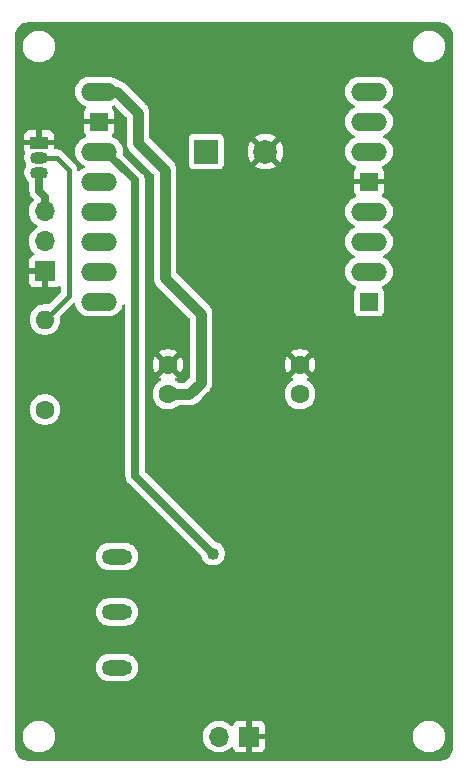
<source format=gbr>
%TF.GenerationSoftware,KiCad,Pcbnew,9.0.0*%
%TF.CreationDate,2025-10-22T11:07:00-07:00*%
%TF.ProjectId,sstv-backpack-v1.0.1,73737476-2d62-4616-936b-7061636b2d76,1.0*%
%TF.SameCoordinates,Original*%
%TF.FileFunction,Copper,L2,Bot*%
%TF.FilePolarity,Positive*%
%FSLAX46Y46*%
G04 Gerber Fmt 4.6, Leading zero omitted, Abs format (unit mm)*
G04 Created by KiCad (PCBNEW 9.0.0) date 2025-10-22 11:07:00*
%MOMM*%
%LPD*%
G01*
G04 APERTURE LIST*
%TA.AperFunction,ComponentPad*%
%ADD10R,1.524000X1.524000*%
%TD*%
%TA.AperFunction,ComponentPad*%
%ADD11O,3.048000X1.524000*%
%TD*%
%TA.AperFunction,ComponentPad*%
%ADD12O,1.600000X1.600000*%
%TD*%
%TA.AperFunction,ComponentPad*%
%ADD13C,1.600000*%
%TD*%
%TA.AperFunction,ComponentPad*%
%ADD14R,1.500000X1.050000*%
%TD*%
%TA.AperFunction,ComponentPad*%
%ADD15O,1.500000X1.050000*%
%TD*%
%TA.AperFunction,ComponentPad*%
%ADD16R,2.000000X2.000000*%
%TD*%
%TA.AperFunction,ComponentPad*%
%ADD17C,2.000000*%
%TD*%
%TA.AperFunction,ComponentPad*%
%ADD18O,2.600000X1.300000*%
%TD*%
%TA.AperFunction,ComponentPad*%
%ADD19R,1.700000X1.700000*%
%TD*%
%TA.AperFunction,ComponentPad*%
%ADD20O,1.700000X1.700000*%
%TD*%
%TA.AperFunction,ViaPad*%
%ADD21C,1.016000*%
%TD*%
%TA.AperFunction,Conductor*%
%ADD22C,0.635000*%
%TD*%
%TA.AperFunction,Conductor*%
%ADD23C,0.381000*%
%TD*%
%TA.AperFunction,Conductor*%
%ADD24C,0.889000*%
%TD*%
G04 APERTURE END LIST*
D10*
%TO.P,U1,P$1,GND/R*%
%TO.N,unconnected-(U1-GND{slash}R-PadP$1)*%
X170180000Y-87630000D03*
D11*
%TO.P,U1,P$2,GPIO1*%
%TO.N,unconnected-(U1-GPIO1-PadP$2)*%
X170180000Y-85090000D03*
%TO.P,U1,P$3,GPIO3*%
%TO.N,unconnected-(U1-GPIO3-PadP$3)*%
X170180000Y-82550000D03*
%TO.P,U1,P$4,3V3/5V*%
%TO.N,unconnected-(U1-3V3{slash}5V-PadP$4)*%
X170180000Y-80010000D03*
D10*
%TO.P,U1,P$5,GND@2*%
%TO.N,GND*%
X170180000Y-77470000D03*
D11*
%TO.P,U1,P$6,GPIO0*%
%TO.N,unconnected-(U1-GPIO0-PadP$6)*%
X170180000Y-74930000D03*
%TO.P,U1,P$7,GPIO16*%
%TO.N,unconnected-(U1-GPIO16-PadP$7)*%
X170180000Y-72390000D03*
%TO.P,U1,P$8,3V3*%
%TO.N,unconnected-(U1-3V3-PadP$8)*%
X170180000Y-69850000D03*
%TO.P,U1,P$9,5V*%
%TO.N,+5V*%
X147320000Y-69850000D03*
D10*
%TO.P,U1,P$10,GND@3*%
%TO.N,GND*%
X147320000Y-72390000D03*
D11*
%TO.P,U1,P$11,GPIO12*%
%TO.N,/CAPTURE*%
X147320000Y-74930000D03*
%TO.P,U1,P$12,GPIO13*%
%TO.N,/BUZZER*%
X147320000Y-77470000D03*
%TO.P,U1,P$13,GPIO15*%
%TO.N,PTT_TRIG*%
X147320000Y-80010000D03*
%TO.P,U1,P$14,GPIO14*%
%TO.N,/TX OUT*%
X147320000Y-82550000D03*
%TO.P,U1,P$15,GPIO2*%
%TO.N,unconnected-(U1-GPIO2-PadP$15)*%
X147320000Y-85090000D03*
%TO.P,U1,P$16,GPIO4*%
%TO.N,unconnected-(U1-GPIO4-PadP$16)*%
X147320000Y-87630000D03*
%TD*%
D12*
%TO.P,R1,2*%
%TO.N,Net-(Q1-B)*%
X142748000Y-89154000D03*
D13*
%TO.P,R1,1*%
%TO.N,PTT_TRIG*%
X142748000Y-96774000D03*
%TD*%
D14*
%TO.P,Q1,1,E*%
%TO.N,GND*%
X142240000Y-74168000D03*
D15*
%TO.P,Q1,2,B*%
%TO.N,Net-(Q1-B)*%
X142240000Y-75438000D03*
%TO.P,Q1,3,C*%
%TO.N,PTT*%
X142240000Y-76708000D03*
%TD*%
D16*
%TO.P,BZ1,1,+*%
%TO.N,/BUZZER*%
X156417000Y-74930000D03*
D17*
%TO.P,BZ1,2,-*%
%TO.N,GND*%
X161417000Y-74930000D03*
%TD*%
D18*
%TO.P,SW2,1*%
%TO.N,/8V IN*%
X148844000Y-109220000D03*
%TO.P,SW2,2*%
%TO.N,/VIN*%
X148844000Y-113920000D03*
%TO.P,SW2,3*%
%TO.N,unconnected-(SW2-Pad3)*%
X148844000Y-118620000D03*
%TD*%
D13*
%TO.P,C2,1*%
%TO.N,/8V IN*%
X164338000Y-95464000D03*
%TO.P,C2,2*%
%TO.N,GND*%
X164338000Y-92964000D03*
%TD*%
D19*
%TO.P,J2,1,Pin_1*%
%TO.N,GND*%
X160025000Y-124460000D03*
D20*
%TO.P,J2,2,Pin_2*%
%TO.N,/VIN*%
X157485000Y-124460000D03*
%TD*%
D19*
%TO.P,J1,1,Pin_1*%
%TO.N,GND*%
X142748000Y-85075000D03*
D20*
%TO.P,J1,2,Pin_2*%
%TO.N,/TX OUT*%
X142748000Y-82535000D03*
%TO.P,J1,3,Pin_3*%
%TO.N,PTT*%
X142748000Y-79995000D03*
%TD*%
D13*
%TO.P,C1,1*%
%TO.N,+5V*%
X153162000Y-95464000D03*
%TO.P,C1,2*%
%TO.N,GND*%
X153162000Y-92964000D03*
%TD*%
D21*
%TO.N,GND*%
X157225000Y-87235000D03*
X160275000Y-90585000D03*
X160275000Y-87235000D03*
X158750000Y-88910000D03*
X158750000Y-88910000D03*
%TO.N,/CAPTURE*%
X156972000Y-108966000D03*
%TD*%
D22*
%TO.N,PTT*%
X142748000Y-78740000D02*
X142748000Y-79995000D01*
X142240000Y-78232000D02*
X142748000Y-78740000D01*
X142240000Y-76708000D02*
X142240000Y-78232000D01*
D23*
%TO.N,Net-(Q1-B)*%
X143764000Y-75438000D02*
X142240000Y-75438000D01*
X144780000Y-87122000D02*
X144780000Y-76454000D01*
X142748000Y-89154000D02*
X144780000Y-87122000D01*
X144780000Y-76454000D02*
X143764000Y-75438000D01*
D24*
%TO.N,+5V*%
X154980000Y-95464000D02*
X155956000Y-94488000D01*
X150622000Y-74168000D02*
X150622000Y-71628000D01*
X150622000Y-71628000D02*
X148844000Y-69850000D01*
X152908000Y-76454000D02*
X150622000Y-74168000D01*
X153162000Y-95464000D02*
X154980000Y-95464000D01*
X152908000Y-85598000D02*
X152908000Y-76454000D01*
X155956000Y-94488000D02*
X155956000Y-88646000D01*
X148844000Y-69850000D02*
X147320000Y-69850000D01*
X155956000Y-88646000D02*
X152908000Y-85598000D01*
D22*
%TO.N,/CAPTURE*%
X147955000Y-74930000D02*
X147320000Y-74930000D01*
X150368000Y-77343000D02*
X147955000Y-74930000D01*
X156972000Y-108966000D02*
X150368000Y-102362000D01*
X150368000Y-102362000D02*
X150368000Y-77343000D01*
%TD*%
%TA.AperFunction,Conductor*%
%TO.N,GND*%
G36*
X176217894Y-64000971D02*
G01*
X176390446Y-64016068D01*
X176411731Y-64019821D01*
X176468954Y-64035153D01*
X176573802Y-64063247D01*
X176594103Y-64070636D01*
X176722120Y-64130331D01*
X176746165Y-64141544D01*
X176764884Y-64152351D01*
X176902327Y-64248590D01*
X176918884Y-64262484D01*
X177037515Y-64381115D01*
X177051409Y-64397672D01*
X177147648Y-64535115D01*
X177158455Y-64553834D01*
X177229360Y-64705889D01*
X177236753Y-64726201D01*
X177280178Y-64888268D01*
X177283931Y-64909553D01*
X177299028Y-65082104D01*
X177299500Y-65092912D01*
X177299500Y-125407087D01*
X177299028Y-125417894D01*
X177299028Y-125417895D01*
X177283931Y-125590446D01*
X177280178Y-125611731D01*
X177236753Y-125773798D01*
X177229360Y-125794110D01*
X177158455Y-125946165D01*
X177147648Y-125964884D01*
X177051409Y-126102327D01*
X177037515Y-126118884D01*
X176918884Y-126237515D01*
X176902327Y-126251409D01*
X176764884Y-126347648D01*
X176746165Y-126358455D01*
X176594110Y-126429360D01*
X176573798Y-126436753D01*
X176411731Y-126480178D01*
X176390446Y-126483931D01*
X176236074Y-126497437D01*
X176217893Y-126499028D01*
X176207088Y-126499500D01*
X141292912Y-126499500D01*
X141282106Y-126499028D01*
X141261813Y-126497252D01*
X141109553Y-126483931D01*
X141088268Y-126480178D01*
X140926201Y-126436753D01*
X140905889Y-126429360D01*
X140753834Y-126358455D01*
X140735115Y-126347648D01*
X140597672Y-126251409D01*
X140581115Y-126237515D01*
X140462484Y-126118884D01*
X140448590Y-126102327D01*
X140352351Y-125964884D01*
X140341544Y-125946165D01*
X140278049Y-125810000D01*
X140270636Y-125794103D01*
X140263246Y-125773798D01*
X140219821Y-125611731D01*
X140216068Y-125590445D01*
X140200972Y-125417894D01*
X140200500Y-125407087D01*
X140200500Y-124353713D01*
X140889500Y-124353713D01*
X140889500Y-124566286D01*
X140922753Y-124776239D01*
X140988444Y-124978414D01*
X141084951Y-125167820D01*
X141209890Y-125339786D01*
X141360213Y-125490109D01*
X141532179Y-125615048D01*
X141532181Y-125615049D01*
X141532184Y-125615051D01*
X141721588Y-125711557D01*
X141923757Y-125777246D01*
X142133713Y-125810500D01*
X142133714Y-125810500D01*
X142346286Y-125810500D01*
X142346287Y-125810500D01*
X142556243Y-125777246D01*
X142758412Y-125711557D01*
X142947816Y-125615051D01*
X142981682Y-125590446D01*
X143119786Y-125490109D01*
X143119788Y-125490106D01*
X143119792Y-125490104D01*
X143270104Y-125339792D01*
X143270106Y-125339788D01*
X143270109Y-125339786D01*
X143395048Y-125167820D01*
X143395047Y-125167820D01*
X143395051Y-125167816D01*
X143491557Y-124978412D01*
X143557246Y-124776243D01*
X143590500Y-124566287D01*
X143590500Y-124353713D01*
X156134500Y-124353713D01*
X156134500Y-124566286D01*
X156167753Y-124776239D01*
X156233444Y-124978414D01*
X156329951Y-125167820D01*
X156454890Y-125339786D01*
X156605213Y-125490109D01*
X156777179Y-125615048D01*
X156777181Y-125615049D01*
X156777184Y-125615051D01*
X156966588Y-125711557D01*
X157168757Y-125777246D01*
X157378713Y-125810500D01*
X157378714Y-125810500D01*
X157591286Y-125810500D01*
X157591287Y-125810500D01*
X157801243Y-125777246D01*
X158003412Y-125711557D01*
X158192816Y-125615051D01*
X158279478Y-125552088D01*
X158364784Y-125490110D01*
X158364784Y-125490109D01*
X158364792Y-125490104D01*
X158478717Y-125376178D01*
X158540036Y-125342696D01*
X158609728Y-125347680D01*
X158665662Y-125389551D01*
X158682577Y-125420528D01*
X158731646Y-125552088D01*
X158731649Y-125552093D01*
X158817809Y-125667187D01*
X158817812Y-125667190D01*
X158932906Y-125753350D01*
X158932913Y-125753354D01*
X159067620Y-125803596D01*
X159067627Y-125803598D01*
X159127155Y-125809999D01*
X159127172Y-125810000D01*
X159775000Y-125810000D01*
X159775000Y-124893012D01*
X159832007Y-124925925D01*
X159959174Y-124960000D01*
X160090826Y-124960000D01*
X160217993Y-124925925D01*
X160275000Y-124893012D01*
X160275000Y-125810000D01*
X160922828Y-125810000D01*
X160922844Y-125809999D01*
X160982372Y-125803598D01*
X160982379Y-125803596D01*
X161117086Y-125753354D01*
X161117093Y-125753350D01*
X161232187Y-125667190D01*
X161232190Y-125667187D01*
X161318350Y-125552093D01*
X161318354Y-125552086D01*
X161368596Y-125417379D01*
X161368598Y-125417372D01*
X161374999Y-125357844D01*
X161375000Y-125357827D01*
X161375000Y-124710000D01*
X160458012Y-124710000D01*
X160490925Y-124652993D01*
X160525000Y-124525826D01*
X160525000Y-124394174D01*
X160514158Y-124353713D01*
X173909500Y-124353713D01*
X173909500Y-124566286D01*
X173942753Y-124776239D01*
X174008444Y-124978414D01*
X174104951Y-125167820D01*
X174229890Y-125339786D01*
X174380213Y-125490109D01*
X174552179Y-125615048D01*
X174552181Y-125615049D01*
X174552184Y-125615051D01*
X174741588Y-125711557D01*
X174943757Y-125777246D01*
X175153713Y-125810500D01*
X175153714Y-125810500D01*
X175366286Y-125810500D01*
X175366287Y-125810500D01*
X175576243Y-125777246D01*
X175778412Y-125711557D01*
X175967816Y-125615051D01*
X176001682Y-125590446D01*
X176139786Y-125490109D01*
X176139788Y-125490106D01*
X176139792Y-125490104D01*
X176290104Y-125339792D01*
X176290106Y-125339788D01*
X176290109Y-125339786D01*
X176415048Y-125167820D01*
X176415047Y-125167820D01*
X176415051Y-125167816D01*
X176511557Y-124978412D01*
X176577246Y-124776243D01*
X176610500Y-124566287D01*
X176610500Y-124353713D01*
X176577246Y-124143757D01*
X176511557Y-123941588D01*
X176415051Y-123752184D01*
X176415049Y-123752181D01*
X176415048Y-123752179D01*
X176290109Y-123580213D01*
X176139786Y-123429890D01*
X175967820Y-123304951D01*
X175778414Y-123208444D01*
X175778413Y-123208443D01*
X175778412Y-123208443D01*
X175576243Y-123142754D01*
X175576241Y-123142753D01*
X175576240Y-123142753D01*
X175414957Y-123117208D01*
X175366287Y-123109500D01*
X175153713Y-123109500D01*
X175105042Y-123117208D01*
X174943760Y-123142753D01*
X174741585Y-123208444D01*
X174552179Y-123304951D01*
X174380213Y-123429890D01*
X174229890Y-123580213D01*
X174104951Y-123752179D01*
X174008444Y-123941585D01*
X173942753Y-124143760D01*
X173909500Y-124353713D01*
X160514158Y-124353713D01*
X160490925Y-124267007D01*
X160458012Y-124210000D01*
X161375000Y-124210000D01*
X161375000Y-123562172D01*
X161374999Y-123562155D01*
X161368598Y-123502627D01*
X161368596Y-123502620D01*
X161318354Y-123367913D01*
X161318350Y-123367906D01*
X161232190Y-123252812D01*
X161232187Y-123252809D01*
X161117093Y-123166649D01*
X161117086Y-123166645D01*
X160982379Y-123116403D01*
X160982372Y-123116401D01*
X160922844Y-123110000D01*
X160275000Y-123110000D01*
X160275000Y-124026988D01*
X160217993Y-123994075D01*
X160090826Y-123960000D01*
X159959174Y-123960000D01*
X159832007Y-123994075D01*
X159775000Y-124026988D01*
X159775000Y-123110000D01*
X159127155Y-123110000D01*
X159067627Y-123116401D01*
X159067620Y-123116403D01*
X158932913Y-123166645D01*
X158932906Y-123166649D01*
X158817812Y-123252809D01*
X158817809Y-123252812D01*
X158731649Y-123367906D01*
X158731646Y-123367912D01*
X158682577Y-123499471D01*
X158640705Y-123555404D01*
X158575241Y-123579821D01*
X158506968Y-123564969D01*
X158478714Y-123543818D01*
X158364786Y-123429890D01*
X158192820Y-123304951D01*
X158003414Y-123208444D01*
X158003413Y-123208443D01*
X158003412Y-123208443D01*
X157801243Y-123142754D01*
X157801241Y-123142753D01*
X157801240Y-123142753D01*
X157639957Y-123117208D01*
X157591287Y-123109500D01*
X157378713Y-123109500D01*
X157330042Y-123117208D01*
X157168760Y-123142753D01*
X156966585Y-123208444D01*
X156777179Y-123304951D01*
X156605213Y-123429890D01*
X156454890Y-123580213D01*
X156329951Y-123752179D01*
X156233444Y-123941585D01*
X156167753Y-124143760D01*
X156134500Y-124353713D01*
X143590500Y-124353713D01*
X143557246Y-124143757D01*
X143491557Y-123941588D01*
X143395051Y-123752184D01*
X143395049Y-123752181D01*
X143395048Y-123752179D01*
X143270109Y-123580213D01*
X143119786Y-123429890D01*
X142947820Y-123304951D01*
X142758414Y-123208444D01*
X142758413Y-123208443D01*
X142758412Y-123208443D01*
X142556243Y-123142754D01*
X142556241Y-123142753D01*
X142556240Y-123142753D01*
X142394957Y-123117208D01*
X142346287Y-123109500D01*
X142133713Y-123109500D01*
X142085042Y-123117208D01*
X141923760Y-123142753D01*
X141721585Y-123208444D01*
X141532179Y-123304951D01*
X141360213Y-123429890D01*
X141209890Y-123580213D01*
X141084951Y-123752179D01*
X140988444Y-123941585D01*
X140922753Y-124143760D01*
X140889500Y-124353713D01*
X140200500Y-124353713D01*
X140200500Y-118529448D01*
X147043500Y-118529448D01*
X147043500Y-118710551D01*
X147071829Y-118889410D01*
X147127787Y-119061636D01*
X147127788Y-119061639D01*
X147210006Y-119222997D01*
X147316441Y-119369494D01*
X147316445Y-119369499D01*
X147444500Y-119497554D01*
X147444505Y-119497558D01*
X147572287Y-119590396D01*
X147591006Y-119603996D01*
X147696484Y-119657740D01*
X147752360Y-119686211D01*
X147752363Y-119686212D01*
X147838476Y-119714191D01*
X147924591Y-119742171D01*
X148007429Y-119755291D01*
X148103449Y-119770500D01*
X148103454Y-119770500D01*
X149584551Y-119770500D01*
X149671259Y-119756765D01*
X149763409Y-119742171D01*
X149935639Y-119686211D01*
X150096994Y-119603996D01*
X150243501Y-119497553D01*
X150371553Y-119369501D01*
X150477996Y-119222994D01*
X150560211Y-119061639D01*
X150616171Y-118889409D01*
X150630765Y-118797259D01*
X150644500Y-118710551D01*
X150644500Y-118529448D01*
X150628019Y-118425397D01*
X150616171Y-118350591D01*
X150560211Y-118178361D01*
X150560211Y-118178360D01*
X150531740Y-118122484D01*
X150477996Y-118017006D01*
X150464396Y-117998287D01*
X150371558Y-117870505D01*
X150371554Y-117870500D01*
X150243499Y-117742445D01*
X150243494Y-117742441D01*
X150096997Y-117636006D01*
X150096996Y-117636005D01*
X150096994Y-117636004D01*
X150045300Y-117609664D01*
X149935639Y-117553788D01*
X149935636Y-117553787D01*
X149763410Y-117497829D01*
X149584551Y-117469500D01*
X149584546Y-117469500D01*
X148103454Y-117469500D01*
X148103449Y-117469500D01*
X147924589Y-117497829D01*
X147752363Y-117553787D01*
X147752360Y-117553788D01*
X147591002Y-117636006D01*
X147444505Y-117742441D01*
X147444500Y-117742445D01*
X147316445Y-117870500D01*
X147316441Y-117870505D01*
X147210006Y-118017002D01*
X147127788Y-118178360D01*
X147127787Y-118178363D01*
X147071829Y-118350589D01*
X147043500Y-118529448D01*
X140200500Y-118529448D01*
X140200500Y-113829448D01*
X147043500Y-113829448D01*
X147043500Y-114010551D01*
X147071829Y-114189410D01*
X147127787Y-114361636D01*
X147127788Y-114361639D01*
X147210006Y-114522997D01*
X147316441Y-114669494D01*
X147316445Y-114669499D01*
X147444500Y-114797554D01*
X147444505Y-114797558D01*
X147572287Y-114890396D01*
X147591006Y-114903996D01*
X147696484Y-114957740D01*
X147752360Y-114986211D01*
X147752363Y-114986212D01*
X147838476Y-115014191D01*
X147924591Y-115042171D01*
X148007429Y-115055291D01*
X148103449Y-115070500D01*
X148103454Y-115070500D01*
X149584551Y-115070500D01*
X149671259Y-115056765D01*
X149763409Y-115042171D01*
X149935639Y-114986211D01*
X150096994Y-114903996D01*
X150243501Y-114797553D01*
X150371553Y-114669501D01*
X150477996Y-114522994D01*
X150560211Y-114361639D01*
X150616171Y-114189409D01*
X150630765Y-114097259D01*
X150644500Y-114010551D01*
X150644500Y-113829448D01*
X150628019Y-113725397D01*
X150616171Y-113650591D01*
X150560211Y-113478361D01*
X150560211Y-113478360D01*
X150531740Y-113422484D01*
X150477996Y-113317006D01*
X150464396Y-113298287D01*
X150371558Y-113170505D01*
X150371554Y-113170500D01*
X150243499Y-113042445D01*
X150243494Y-113042441D01*
X150096997Y-112936006D01*
X150096996Y-112936005D01*
X150096994Y-112936004D01*
X150045300Y-112909664D01*
X149935639Y-112853788D01*
X149935636Y-112853787D01*
X149763410Y-112797829D01*
X149584551Y-112769500D01*
X149584546Y-112769500D01*
X148103454Y-112769500D01*
X148103449Y-112769500D01*
X147924589Y-112797829D01*
X147752363Y-112853787D01*
X147752360Y-112853788D01*
X147591002Y-112936006D01*
X147444505Y-113042441D01*
X147444500Y-113042445D01*
X147316445Y-113170500D01*
X147316441Y-113170505D01*
X147210006Y-113317002D01*
X147127788Y-113478360D01*
X147127787Y-113478363D01*
X147071829Y-113650589D01*
X147043500Y-113829448D01*
X140200500Y-113829448D01*
X140200500Y-109129448D01*
X147043500Y-109129448D01*
X147043500Y-109310551D01*
X147071829Y-109489410D01*
X147127787Y-109661636D01*
X147127788Y-109661639D01*
X147210006Y-109822997D01*
X147316441Y-109969494D01*
X147316445Y-109969499D01*
X147444500Y-110097554D01*
X147444505Y-110097558D01*
X147572287Y-110190396D01*
X147591006Y-110203996D01*
X147696484Y-110257740D01*
X147752360Y-110286211D01*
X147752363Y-110286212D01*
X147838476Y-110314191D01*
X147924591Y-110342171D01*
X148007429Y-110355291D01*
X148103449Y-110370500D01*
X148103454Y-110370500D01*
X149584551Y-110370500D01*
X149671259Y-110356765D01*
X149763409Y-110342171D01*
X149935639Y-110286211D01*
X150096994Y-110203996D01*
X150243501Y-110097553D01*
X150371553Y-109969501D01*
X150477996Y-109822994D01*
X150560211Y-109661639D01*
X150616171Y-109489409D01*
X150630765Y-109397259D01*
X150644500Y-109310551D01*
X150644500Y-109129448D01*
X150628019Y-109025397D01*
X150616171Y-108950591D01*
X150560211Y-108778361D01*
X150560211Y-108778360D01*
X150505934Y-108671838D01*
X150477996Y-108617006D01*
X150384485Y-108488298D01*
X150371558Y-108470505D01*
X150371554Y-108470500D01*
X150243499Y-108342445D01*
X150243494Y-108342441D01*
X150096997Y-108236006D01*
X150096996Y-108236005D01*
X150096994Y-108236004D01*
X150045300Y-108209664D01*
X149935639Y-108153788D01*
X149935636Y-108153787D01*
X149763410Y-108097829D01*
X149584551Y-108069500D01*
X149584546Y-108069500D01*
X148103454Y-108069500D01*
X148103449Y-108069500D01*
X147924589Y-108097829D01*
X147752363Y-108153787D01*
X147752360Y-108153788D01*
X147591002Y-108236006D01*
X147444505Y-108342441D01*
X147444500Y-108342445D01*
X147316445Y-108470500D01*
X147316441Y-108470505D01*
X147210006Y-108617002D01*
X147127788Y-108778360D01*
X147127787Y-108778363D01*
X147071829Y-108950589D01*
X147043500Y-109129448D01*
X140200500Y-109129448D01*
X140200500Y-96671648D01*
X141447500Y-96671648D01*
X141447500Y-96876351D01*
X141479522Y-97078534D01*
X141542781Y-97273223D01*
X141635715Y-97455613D01*
X141756028Y-97621213D01*
X141900786Y-97765971D01*
X142055749Y-97878556D01*
X142066390Y-97886287D01*
X142182607Y-97945503D01*
X142248776Y-97979218D01*
X142248778Y-97979218D01*
X142248781Y-97979220D01*
X142353137Y-98013127D01*
X142443465Y-98042477D01*
X142544557Y-98058488D01*
X142645648Y-98074500D01*
X142645649Y-98074500D01*
X142850351Y-98074500D01*
X142850352Y-98074500D01*
X143052534Y-98042477D01*
X143247219Y-97979220D01*
X143429610Y-97886287D01*
X143522590Y-97818732D01*
X143595213Y-97765971D01*
X143595215Y-97765968D01*
X143595219Y-97765966D01*
X143739966Y-97621219D01*
X143739968Y-97621215D01*
X143739971Y-97621213D01*
X143792732Y-97548590D01*
X143860287Y-97455610D01*
X143953220Y-97273219D01*
X144016477Y-97078534D01*
X144048500Y-96876352D01*
X144048500Y-96671648D01*
X144016477Y-96469466D01*
X143996830Y-96409000D01*
X143961885Y-96301449D01*
X143953220Y-96274781D01*
X143953218Y-96274778D01*
X143953218Y-96274776D01*
X143914111Y-96198026D01*
X143860287Y-96092390D01*
X143852556Y-96081749D01*
X143739971Y-95926786D01*
X143595213Y-95782028D01*
X143429613Y-95661715D01*
X143429612Y-95661714D01*
X143429610Y-95661713D01*
X143372653Y-95632691D01*
X143247223Y-95568781D01*
X143052534Y-95505522D01*
X142877995Y-95477878D01*
X142850352Y-95473500D01*
X142645648Y-95473500D01*
X142621329Y-95477351D01*
X142443465Y-95505522D01*
X142248776Y-95568781D01*
X142066386Y-95661715D01*
X141900786Y-95782028D01*
X141756028Y-95926786D01*
X141635715Y-96092386D01*
X141542781Y-96274776D01*
X141479522Y-96469465D01*
X141447500Y-96671648D01*
X140200500Y-96671648D01*
X140200500Y-75336992D01*
X140989500Y-75336992D01*
X140989500Y-75539007D01*
X141028907Y-75737119D01*
X141028909Y-75737127D01*
X141106213Y-75923755D01*
X141159904Y-76004109D01*
X141180782Y-76070787D01*
X141162297Y-76138167D01*
X141159904Y-76141891D01*
X141106213Y-76222244D01*
X141028909Y-76408872D01*
X141028907Y-76408880D01*
X140989500Y-76606992D01*
X140989500Y-76809007D01*
X141028907Y-77007119D01*
X141028909Y-77007127D01*
X141106212Y-77193752D01*
X141106217Y-77193762D01*
X141218441Y-77361718D01*
X141361276Y-77504553D01*
X141361278Y-77504554D01*
X141361282Y-77504558D01*
X141366889Y-77508304D01*
X141411694Y-77561914D01*
X141422000Y-77611407D01*
X141422000Y-78312570D01*
X141453433Y-78470594D01*
X141453436Y-78470606D01*
X141515093Y-78619461D01*
X141515100Y-78619474D01*
X141604617Y-78753444D01*
X141604620Y-78753448D01*
X141754456Y-78903284D01*
X141787941Y-78964607D01*
X141782957Y-79034299D01*
X141754457Y-79078645D01*
X141717898Y-79115204D01*
X141717892Y-79115211D01*
X141592951Y-79287179D01*
X141496444Y-79476585D01*
X141430753Y-79678760D01*
X141407000Y-79828732D01*
X141397500Y-79888713D01*
X141397500Y-80101287D01*
X141430754Y-80311243D01*
X141434276Y-80322084D01*
X141496444Y-80513414D01*
X141592951Y-80702820D01*
X141717890Y-80874786D01*
X141868213Y-81025109D01*
X142040182Y-81150050D01*
X142048946Y-81154516D01*
X142099742Y-81202491D01*
X142116536Y-81270312D01*
X142093998Y-81336447D01*
X142048946Y-81375484D01*
X142040182Y-81379949D01*
X141868213Y-81504890D01*
X141717890Y-81655213D01*
X141592951Y-81827179D01*
X141496444Y-82016585D01*
X141430753Y-82218760D01*
X141407000Y-82368732D01*
X141397500Y-82428713D01*
X141397500Y-82641287D01*
X141430754Y-82851243D01*
X141434276Y-82862084D01*
X141496444Y-83053414D01*
X141592951Y-83242820D01*
X141717890Y-83414786D01*
X141831818Y-83528714D01*
X141865303Y-83590037D01*
X141860319Y-83659729D01*
X141818447Y-83715662D01*
X141787471Y-83732577D01*
X141655912Y-83781646D01*
X141655906Y-83781649D01*
X141540812Y-83867809D01*
X141540809Y-83867812D01*
X141454649Y-83982906D01*
X141454645Y-83982913D01*
X141404403Y-84117620D01*
X141404401Y-84117627D01*
X141398000Y-84177155D01*
X141398000Y-84825000D01*
X142314988Y-84825000D01*
X142282075Y-84882007D01*
X142248000Y-85009174D01*
X142248000Y-85140826D01*
X142282075Y-85267993D01*
X142314988Y-85325000D01*
X141398000Y-85325000D01*
X141398000Y-85972844D01*
X141404401Y-86032372D01*
X141404403Y-86032379D01*
X141454645Y-86167086D01*
X141454649Y-86167093D01*
X141540809Y-86282187D01*
X141540812Y-86282190D01*
X141655906Y-86368350D01*
X141655913Y-86368354D01*
X141790620Y-86418596D01*
X141790627Y-86418598D01*
X141850155Y-86424999D01*
X141850172Y-86425000D01*
X142498000Y-86425000D01*
X142498000Y-85508012D01*
X142555007Y-85540925D01*
X142682174Y-85575000D01*
X142813826Y-85575000D01*
X142940993Y-85540925D01*
X142998000Y-85508012D01*
X142998000Y-86425000D01*
X143645828Y-86425000D01*
X143645844Y-86424999D01*
X143705372Y-86418598D01*
X143705379Y-86418596D01*
X143840086Y-86368354D01*
X143840089Y-86368352D01*
X143890688Y-86330474D01*
X143956152Y-86306056D01*
X144024425Y-86320907D01*
X144073831Y-86370312D01*
X144089000Y-86429740D01*
X144089000Y-86784415D01*
X144069315Y-86851454D01*
X144052681Y-86872096D01*
X143085745Y-87839031D01*
X143024422Y-87872516D01*
X142978666Y-87873823D01*
X142928986Y-87865954D01*
X142850352Y-87853500D01*
X142645648Y-87853500D01*
X142622224Y-87857210D01*
X142443465Y-87885522D01*
X142248776Y-87948781D01*
X142066386Y-88041715D01*
X141900786Y-88162028D01*
X141756028Y-88306786D01*
X141635715Y-88472386D01*
X141542781Y-88654776D01*
X141479522Y-88849465D01*
X141447500Y-89051648D01*
X141447500Y-89256351D01*
X141479522Y-89458534D01*
X141542781Y-89653223D01*
X141635715Y-89835613D01*
X141756028Y-90001213D01*
X141900786Y-90145971D01*
X142055749Y-90258556D01*
X142066390Y-90266287D01*
X142182607Y-90325503D01*
X142248776Y-90359218D01*
X142248778Y-90359218D01*
X142248781Y-90359220D01*
X142353137Y-90393127D01*
X142443465Y-90422477D01*
X142544557Y-90438488D01*
X142645648Y-90454500D01*
X142645649Y-90454500D01*
X142850351Y-90454500D01*
X142850352Y-90454500D01*
X143052534Y-90422477D01*
X143247219Y-90359220D01*
X143429610Y-90266287D01*
X143522590Y-90198732D01*
X143595213Y-90145971D01*
X143595215Y-90145968D01*
X143595219Y-90145966D01*
X143739966Y-90001219D01*
X143739968Y-90001215D01*
X143739971Y-90001213D01*
X143792732Y-89928590D01*
X143860287Y-89835610D01*
X143953220Y-89653219D01*
X144016477Y-89458534D01*
X144048500Y-89256352D01*
X144048500Y-89051648D01*
X144028176Y-88923331D01*
X144037130Y-88854038D01*
X144062965Y-88816255D01*
X145103505Y-87775715D01*
X145164826Y-87742232D01*
X145234518Y-87747216D01*
X145290451Y-87789088D01*
X145313657Y-87844000D01*
X145326587Y-87925637D01*
X145387993Y-88114629D01*
X145387994Y-88114631D01*
X145430663Y-88198372D01*
X145478213Y-88291694D01*
X145595019Y-88452464D01*
X145735536Y-88592981D01*
X145896306Y-88709787D01*
X145974333Y-88749544D01*
X146073367Y-88800005D01*
X146073370Y-88800006D01*
X146167866Y-88830709D01*
X146262364Y-88861413D01*
X146458639Y-88892500D01*
X146458640Y-88892500D01*
X148181360Y-88892500D01*
X148181361Y-88892500D01*
X148377636Y-88861413D01*
X148566632Y-88800005D01*
X148743694Y-88709787D01*
X148904464Y-88592981D01*
X149044981Y-88452464D01*
X149161787Y-88291694D01*
X149227852Y-88162034D01*
X149252006Y-88114631D01*
X149252006Y-88114629D01*
X149308069Y-87942084D01*
X149347506Y-87884409D01*
X149411865Y-87857210D01*
X149480711Y-87869124D01*
X149532187Y-87916368D01*
X149550000Y-87980402D01*
X149550000Y-102442570D01*
X149581433Y-102600594D01*
X149581436Y-102600606D01*
X149643093Y-102749461D01*
X149643100Y-102749474D01*
X149732617Y-102883444D01*
X149732620Y-102883448D01*
X155949068Y-109099895D01*
X155982553Y-109161218D01*
X155983004Y-109163385D01*
X156002254Y-109260161D01*
X156002256Y-109260169D01*
X156078277Y-109443701D01*
X156078282Y-109443710D01*
X156188646Y-109608880D01*
X156188649Y-109608884D01*
X156329115Y-109749350D01*
X156329119Y-109749353D01*
X156494289Y-109859717D01*
X156494295Y-109859720D01*
X156494296Y-109859721D01*
X156677831Y-109935744D01*
X156872666Y-109974499D01*
X156872670Y-109974500D01*
X156872671Y-109974500D01*
X157071330Y-109974500D01*
X157071331Y-109974499D01*
X157266169Y-109935744D01*
X157449704Y-109859721D01*
X157614881Y-109749353D01*
X157755353Y-109608881D01*
X157865721Y-109443704D01*
X157941744Y-109260169D01*
X157980500Y-109065329D01*
X157980500Y-108866671D01*
X157941744Y-108671831D01*
X157865721Y-108488296D01*
X157865720Y-108488295D01*
X157865717Y-108488289D01*
X157755353Y-108323119D01*
X157755350Y-108323115D01*
X157614884Y-108182649D01*
X157614880Y-108182646D01*
X157449710Y-108072282D01*
X157449701Y-108072277D01*
X157266169Y-107996256D01*
X157266161Y-107996254D01*
X157169385Y-107977004D01*
X157107474Y-107944619D01*
X157105895Y-107943068D01*
X151222319Y-102059492D01*
X151188834Y-101998169D01*
X151186000Y-101971811D01*
X151186000Y-77262433D01*
X151185999Y-77262429D01*
X151154566Y-77104405D01*
X151154565Y-77104398D01*
X151105261Y-76985368D01*
X151092902Y-76955531D01*
X151092901Y-76955530D01*
X151092898Y-76955524D01*
X151003382Y-76821555D01*
X151003379Y-76821551D01*
X149370947Y-75189120D01*
X149337462Y-75127797D01*
X149336155Y-75082046D01*
X149344500Y-75029361D01*
X149344500Y-74830639D01*
X149313413Y-74634364D01*
X149259383Y-74468075D01*
X149252006Y-74445370D01*
X149252005Y-74445367D01*
X149161786Y-74268305D01*
X149156534Y-74261076D01*
X149044981Y-74107536D01*
X148904464Y-73967019D01*
X148743694Y-73850213D01*
X148689332Y-73822514D01*
X148566632Y-73759994D01*
X148566629Y-73759993D01*
X148471554Y-73729102D01*
X148413878Y-73689665D01*
X148386680Y-73625306D01*
X148398595Y-73556460D01*
X148435562Y-73511903D01*
X148439191Y-73509185D01*
X148525350Y-73394093D01*
X148525354Y-73394086D01*
X148575596Y-73259379D01*
X148575598Y-73259372D01*
X148581999Y-73199844D01*
X148582000Y-73199827D01*
X148582000Y-72640000D01*
X147762251Y-72640000D01*
X147793381Y-72586081D01*
X147828000Y-72456880D01*
X147828000Y-72323120D01*
X147793381Y-72193919D01*
X147762251Y-72140000D01*
X148582000Y-72140000D01*
X148582000Y-71580172D01*
X148581999Y-71580155D01*
X148575598Y-71520627D01*
X148575596Y-71520620D01*
X148525354Y-71385913D01*
X148525350Y-71385906D01*
X148439190Y-71270813D01*
X148435560Y-71268095D01*
X148428722Y-71258960D01*
X148418924Y-71253117D01*
X148408162Y-71231495D01*
X148393689Y-71212161D01*
X148392875Y-71200781D01*
X148387791Y-71190567D01*
X148390427Y-71166557D01*
X148388705Y-71142469D01*
X148394172Y-71132455D01*
X148395418Y-71121115D01*
X148410614Y-71102344D01*
X148422190Y-71081146D01*
X148433338Y-71074277D01*
X148439383Y-71066811D01*
X148470190Y-71051571D01*
X148470980Y-71051085D01*
X148471174Y-71051020D01*
X148566632Y-71020005D01*
X148569501Y-71018542D01*
X148577094Y-71016035D01*
X148607617Y-71015014D01*
X148637992Y-71011746D01*
X148642211Y-71013857D01*
X148646924Y-71013700D01*
X148673153Y-71029343D01*
X148700473Y-71043016D01*
X148703666Y-71046097D01*
X149640681Y-71983112D01*
X149674166Y-72044435D01*
X149677000Y-72070793D01*
X149677000Y-74261074D01*
X149677000Y-74261076D01*
X149676999Y-74261076D01*
X149695523Y-74354197D01*
X149706336Y-74408555D01*
X149707121Y-74412500D01*
X149713316Y-74443646D01*
X149784552Y-74615627D01*
X149887967Y-74770398D01*
X149887973Y-74770406D01*
X151926681Y-76809113D01*
X151960166Y-76870436D01*
X151963000Y-76896794D01*
X151963000Y-85691074D01*
X151963000Y-85691076D01*
X151962999Y-85691076D01*
X151999235Y-85873239D01*
X151999245Y-85873346D01*
X151999256Y-85873344D01*
X151999314Y-85873639D01*
X151999317Y-85873650D01*
X152070550Y-86045623D01*
X152070552Y-86045626D01*
X152173967Y-86200398D01*
X152173973Y-86200406D01*
X154974681Y-89001113D01*
X155008166Y-89062436D01*
X155011000Y-89088794D01*
X155011000Y-94045206D01*
X154991315Y-94112245D01*
X154974681Y-94132887D01*
X154624887Y-94482681D01*
X154563564Y-94516166D01*
X154537206Y-94519000D01*
X154107547Y-94519000D01*
X154040508Y-94499315D01*
X154019866Y-94482681D01*
X154009213Y-94472028D01*
X153843611Y-94351713D01*
X153789621Y-94324203D01*
X153738825Y-94276228D01*
X153722031Y-94208407D01*
X153744569Y-94142272D01*
X153789624Y-94103233D01*
X153843349Y-94075859D01*
X153887921Y-94043474D01*
X153208447Y-93364000D01*
X153214661Y-93364000D01*
X153316394Y-93336741D01*
X153407606Y-93284080D01*
X153482080Y-93209606D01*
X153534741Y-93118394D01*
X153562000Y-93016661D01*
X153562000Y-93010448D01*
X154241474Y-93689922D01*
X154241474Y-93689921D01*
X154273859Y-93645349D01*
X154366755Y-93463031D01*
X154429990Y-93268417D01*
X154462000Y-93066317D01*
X154462000Y-92861682D01*
X154429990Y-92659582D01*
X154366755Y-92464968D01*
X154273859Y-92282650D01*
X154241474Y-92238077D01*
X154241474Y-92238076D01*
X153562000Y-92917551D01*
X153562000Y-92911339D01*
X153534741Y-92809606D01*
X153482080Y-92718394D01*
X153407606Y-92643920D01*
X153316394Y-92591259D01*
X153214661Y-92564000D01*
X153208446Y-92564000D01*
X153887922Y-91884524D01*
X153887921Y-91884523D01*
X153843359Y-91852147D01*
X153843350Y-91852141D01*
X153661031Y-91759244D01*
X153466417Y-91696009D01*
X153264317Y-91664000D01*
X153059683Y-91664000D01*
X152857582Y-91696009D01*
X152662968Y-91759244D01*
X152480644Y-91852143D01*
X152436077Y-91884523D01*
X152436077Y-91884524D01*
X153115554Y-92564000D01*
X153109339Y-92564000D01*
X153007606Y-92591259D01*
X152916394Y-92643920D01*
X152841920Y-92718394D01*
X152789259Y-92809606D01*
X152762000Y-92911339D01*
X152762000Y-92917553D01*
X152082524Y-92238077D01*
X152082523Y-92238077D01*
X152050143Y-92282644D01*
X151957244Y-92464968D01*
X151894009Y-92659582D01*
X151862000Y-92861682D01*
X151862000Y-93066317D01*
X151894009Y-93268417D01*
X151957244Y-93463031D01*
X152050141Y-93645350D01*
X152050147Y-93645359D01*
X152082523Y-93689921D01*
X152082524Y-93689922D01*
X152762000Y-93010446D01*
X152762000Y-93016661D01*
X152789259Y-93118394D01*
X152841920Y-93209606D01*
X152916394Y-93284080D01*
X153007606Y-93336741D01*
X153109339Y-93364000D01*
X153115553Y-93364000D01*
X152436076Y-94043474D01*
X152480652Y-94075861D01*
X152534376Y-94103234D01*
X152585172Y-94151208D01*
X152601968Y-94219028D01*
X152579431Y-94285164D01*
X152534379Y-94324203D01*
X152480386Y-94351714D01*
X152314786Y-94472028D01*
X152170028Y-94616786D01*
X152049715Y-94782386D01*
X151956781Y-94964776D01*
X151893522Y-95159465D01*
X151861500Y-95361648D01*
X151861500Y-95566351D01*
X151893522Y-95768534D01*
X151956781Y-95963223D01*
X152049715Y-96145613D01*
X152170028Y-96311213D01*
X152314786Y-96455971D01*
X152469749Y-96568556D01*
X152480390Y-96576287D01*
X152596607Y-96635503D01*
X152662776Y-96669218D01*
X152662778Y-96669218D01*
X152662781Y-96669220D01*
X152767137Y-96703127D01*
X152857465Y-96732477D01*
X152958557Y-96748488D01*
X153059648Y-96764500D01*
X153059649Y-96764500D01*
X153264351Y-96764500D01*
X153264352Y-96764500D01*
X153466534Y-96732477D01*
X153661219Y-96669220D01*
X153843610Y-96576287D01*
X153990638Y-96469466D01*
X154009213Y-96455971D01*
X154009215Y-96455968D01*
X154009219Y-96455966D01*
X154019866Y-96445319D01*
X154081189Y-96411834D01*
X154107547Y-96409000D01*
X155073076Y-96409000D01*
X155073077Y-96408999D01*
X155255646Y-96372684D01*
X155427625Y-96301448D01*
X155467535Y-96274781D01*
X155582403Y-96198029D01*
X156011898Y-95768534D01*
X156418785Y-95361648D01*
X163037500Y-95361648D01*
X163037500Y-95566351D01*
X163069522Y-95768534D01*
X163132781Y-95963223D01*
X163225715Y-96145613D01*
X163346028Y-96311213D01*
X163490786Y-96455971D01*
X163645749Y-96568556D01*
X163656390Y-96576287D01*
X163772607Y-96635503D01*
X163838776Y-96669218D01*
X163838778Y-96669218D01*
X163838781Y-96669220D01*
X163943137Y-96703127D01*
X164033465Y-96732477D01*
X164134557Y-96748488D01*
X164235648Y-96764500D01*
X164235649Y-96764500D01*
X164440351Y-96764500D01*
X164440352Y-96764500D01*
X164642534Y-96732477D01*
X164837219Y-96669220D01*
X165019610Y-96576287D01*
X165166638Y-96469466D01*
X165185213Y-96455971D01*
X165185215Y-96455968D01*
X165185219Y-96455966D01*
X165329966Y-96311219D01*
X165329968Y-96311215D01*
X165329971Y-96311213D01*
X165412202Y-96198030D01*
X165450287Y-96145610D01*
X165543220Y-95963219D01*
X165606477Y-95768534D01*
X165638500Y-95566352D01*
X165638500Y-95361648D01*
X165606477Y-95159466D01*
X165543220Y-94964781D01*
X165543218Y-94964778D01*
X165543218Y-94964776D01*
X165509503Y-94898607D01*
X165450287Y-94782390D01*
X165410285Y-94727331D01*
X165329971Y-94616786D01*
X165185213Y-94472028D01*
X165019611Y-94351713D01*
X164965621Y-94324203D01*
X164914825Y-94276228D01*
X164898031Y-94208407D01*
X164920569Y-94142272D01*
X164965624Y-94103233D01*
X165019349Y-94075859D01*
X165063921Y-94043474D01*
X164384447Y-93364000D01*
X164390661Y-93364000D01*
X164492394Y-93336741D01*
X164583606Y-93284080D01*
X164658080Y-93209606D01*
X164710741Y-93118394D01*
X164738000Y-93016661D01*
X164738000Y-93010447D01*
X165417474Y-93689921D01*
X165449859Y-93645349D01*
X165542755Y-93463031D01*
X165605990Y-93268417D01*
X165638000Y-93066317D01*
X165638000Y-92861682D01*
X165605990Y-92659582D01*
X165542755Y-92464968D01*
X165449859Y-92282650D01*
X165417474Y-92238077D01*
X165417474Y-92238076D01*
X164738000Y-92917551D01*
X164738000Y-92911339D01*
X164710741Y-92809606D01*
X164658080Y-92718394D01*
X164583606Y-92643920D01*
X164492394Y-92591259D01*
X164390661Y-92564000D01*
X164384446Y-92564000D01*
X165063922Y-91884524D01*
X165063921Y-91884523D01*
X165019359Y-91852147D01*
X165019350Y-91852141D01*
X164837031Y-91759244D01*
X164642417Y-91696009D01*
X164440317Y-91664000D01*
X164235683Y-91664000D01*
X164033582Y-91696009D01*
X163838968Y-91759244D01*
X163656644Y-91852143D01*
X163612077Y-91884523D01*
X163612077Y-91884524D01*
X164291554Y-92564000D01*
X164285339Y-92564000D01*
X164183606Y-92591259D01*
X164092394Y-92643920D01*
X164017920Y-92718394D01*
X163965259Y-92809606D01*
X163938000Y-92911339D01*
X163938000Y-92917553D01*
X163258524Y-92238077D01*
X163258523Y-92238077D01*
X163226143Y-92282644D01*
X163133244Y-92464968D01*
X163070009Y-92659582D01*
X163038000Y-92861682D01*
X163038000Y-93066317D01*
X163070009Y-93268417D01*
X163133244Y-93463031D01*
X163226141Y-93645350D01*
X163226147Y-93645359D01*
X163258523Y-93689921D01*
X163258524Y-93689922D01*
X163938000Y-93010446D01*
X163938000Y-93016661D01*
X163965259Y-93118394D01*
X164017920Y-93209606D01*
X164092394Y-93284080D01*
X164183606Y-93336741D01*
X164285339Y-93364000D01*
X164291553Y-93364000D01*
X163612076Y-94043474D01*
X163656652Y-94075861D01*
X163710376Y-94103234D01*
X163761172Y-94151208D01*
X163777968Y-94219028D01*
X163755431Y-94285164D01*
X163710379Y-94324203D01*
X163656386Y-94351714D01*
X163490786Y-94472028D01*
X163346028Y-94616786D01*
X163225715Y-94782386D01*
X163132781Y-94964776D01*
X163069522Y-95159465D01*
X163037500Y-95361648D01*
X156418785Y-95361648D01*
X156511338Y-95269095D01*
X156690024Y-95090408D01*
X156690025Y-95090407D01*
X156690029Y-95090403D01*
X156759130Y-94986984D01*
X156793448Y-94935625D01*
X156856920Y-94782390D01*
X156864684Y-94763647D01*
X156871907Y-94727331D01*
X156901000Y-94581074D01*
X156901000Y-88552926D01*
X156901000Y-88552923D01*
X156900999Y-88552921D01*
X156884980Y-88472390D01*
X156864684Y-88370354D01*
X156793448Y-88198375D01*
X156793447Y-88198372D01*
X156737493Y-88114631D01*
X156690032Y-88043601D01*
X156690026Y-88043593D01*
X153889319Y-85242886D01*
X153855834Y-85181563D01*
X153853000Y-85155205D01*
X153853000Y-76360923D01*
X153852999Y-76360921D01*
X153816685Y-76178356D01*
X153816683Y-76178350D01*
X153814193Y-76172337D01*
X153814193Y-76172338D01*
X153779886Y-76089515D01*
X153745448Y-76006374D01*
X153745446Y-76006371D01*
X153745444Y-76006367D01*
X153642029Y-75851597D01*
X153642026Y-75851593D01*
X151672568Y-73882135D01*
X154916500Y-73882135D01*
X154916500Y-75977870D01*
X154916501Y-75977876D01*
X154922908Y-76037483D01*
X154973202Y-76172327D01*
X154973206Y-76172335D01*
X155059452Y-76287544D01*
X155059455Y-76287547D01*
X155174664Y-76373793D01*
X155174671Y-76373797D01*
X155309517Y-76424091D01*
X155309516Y-76424091D01*
X155316444Y-76424835D01*
X155369127Y-76430500D01*
X157464872Y-76430499D01*
X157524483Y-76424091D01*
X157659331Y-76373796D01*
X157774546Y-76287546D01*
X157860796Y-76172331D01*
X157860796Y-76172329D01*
X157860798Y-76172327D01*
X157901922Y-76062066D01*
X157911091Y-76037483D01*
X157917500Y-75977873D01*
X157917499Y-74811947D01*
X159917000Y-74811947D01*
X159917000Y-75048052D01*
X159953934Y-75281247D01*
X160026897Y-75505802D01*
X160134087Y-75716174D01*
X160194338Y-75799104D01*
X160194340Y-75799105D01*
X160934037Y-75059408D01*
X160951075Y-75122993D01*
X161016901Y-75237007D01*
X161109993Y-75330099D01*
X161224007Y-75395925D01*
X161287590Y-75412962D01*
X160547893Y-76152658D01*
X160630828Y-76212914D01*
X160841197Y-76320102D01*
X161065752Y-76393065D01*
X161065751Y-76393065D01*
X161298948Y-76430000D01*
X161535052Y-76430000D01*
X161768247Y-76393065D01*
X161992802Y-76320102D01*
X162203163Y-76212918D01*
X162203169Y-76212914D01*
X162286104Y-76152658D01*
X162286105Y-76152658D01*
X161546408Y-75412962D01*
X161609993Y-75395925D01*
X161724007Y-75330099D01*
X161817099Y-75237007D01*
X161882925Y-75122993D01*
X161899962Y-75059409D01*
X162639658Y-75799105D01*
X162639658Y-75799104D01*
X162699914Y-75716169D01*
X162699918Y-75716163D01*
X162807102Y-75505802D01*
X162880065Y-75281247D01*
X162917000Y-75048052D01*
X162917000Y-74811947D01*
X162880065Y-74578752D01*
X162807102Y-74354197D01*
X162699914Y-74143828D01*
X162639658Y-74060894D01*
X162639658Y-74060893D01*
X161899962Y-74800590D01*
X161882925Y-74737007D01*
X161817099Y-74622993D01*
X161724007Y-74529901D01*
X161609993Y-74464075D01*
X161546409Y-74447037D01*
X162286105Y-73707340D01*
X162286104Y-73707338D01*
X162203174Y-73647087D01*
X161992802Y-73539897D01*
X161768247Y-73466934D01*
X161768248Y-73466934D01*
X161535052Y-73430000D01*
X161298948Y-73430000D01*
X161065752Y-73466934D01*
X160841197Y-73539897D01*
X160630830Y-73647084D01*
X160547894Y-73707340D01*
X161287591Y-74447037D01*
X161224007Y-74464075D01*
X161109993Y-74529901D01*
X161016901Y-74622993D01*
X160951075Y-74737007D01*
X160934037Y-74800591D01*
X160194340Y-74060894D01*
X160134084Y-74143830D01*
X160026897Y-74354197D01*
X159953934Y-74578752D01*
X159917000Y-74811947D01*
X157917499Y-74811947D01*
X157917499Y-73882128D01*
X157911091Y-73822517D01*
X157907499Y-73812886D01*
X157901922Y-73797931D01*
X157860797Y-73687671D01*
X157860793Y-73687664D01*
X157774547Y-73572455D01*
X157774544Y-73572452D01*
X157659335Y-73486206D01*
X157659328Y-73486202D01*
X157524482Y-73435908D01*
X157524483Y-73435908D01*
X157464883Y-73429501D01*
X157464881Y-73429500D01*
X157464873Y-73429500D01*
X157464864Y-73429500D01*
X155369129Y-73429500D01*
X155369123Y-73429501D01*
X155309516Y-73435908D01*
X155174671Y-73486202D01*
X155174664Y-73486206D01*
X155059455Y-73572452D01*
X155059452Y-73572455D01*
X154973206Y-73687664D01*
X154973202Y-73687671D01*
X154922908Y-73822517D01*
X154919931Y-73850213D01*
X154916501Y-73882123D01*
X154916500Y-73882135D01*
X151672568Y-73882135D01*
X151603319Y-73812886D01*
X151569834Y-73751563D01*
X151567000Y-73725205D01*
X151567000Y-71534923D01*
X151566999Y-71534921D01*
X151530685Y-71352361D01*
X151530684Y-71352354D01*
X151472614Y-71212161D01*
X151459449Y-71180377D01*
X151459444Y-71180368D01*
X151356030Y-71025599D01*
X151312988Y-70982557D01*
X151224402Y-70893971D01*
X150842125Y-70511694D01*
X150163880Y-69833448D01*
X150081071Y-69750639D01*
X168155500Y-69750639D01*
X168155500Y-69949360D01*
X168186587Y-70145637D01*
X168247993Y-70334629D01*
X168247994Y-70334632D01*
X168338213Y-70511694D01*
X168455019Y-70672464D01*
X168595536Y-70812981D01*
X168756306Y-70929787D01*
X168874832Y-70990179D01*
X168912780Y-71009515D01*
X168963576Y-71057490D01*
X168980371Y-71125311D01*
X168957833Y-71191446D01*
X168912780Y-71230485D01*
X168756305Y-71310213D01*
X168595533Y-71427021D01*
X168455021Y-71567533D01*
X168338213Y-71728305D01*
X168247994Y-71905367D01*
X168247993Y-71905370D01*
X168186587Y-72094362D01*
X168155500Y-72290639D01*
X168155500Y-72489360D01*
X168186587Y-72685637D01*
X168247993Y-72874629D01*
X168247994Y-72874632D01*
X168338213Y-73051694D01*
X168455019Y-73212464D01*
X168595536Y-73352981D01*
X168756306Y-73469787D01*
X168838963Y-73511903D01*
X168912780Y-73549515D01*
X168963576Y-73597490D01*
X168980371Y-73665311D01*
X168957833Y-73731446D01*
X168912780Y-73770485D01*
X168756305Y-73850213D01*
X168595533Y-73967021D01*
X168455021Y-74107533D01*
X168338213Y-74268305D01*
X168247994Y-74445367D01*
X168247993Y-74445370D01*
X168186587Y-74634362D01*
X168186587Y-74634364D01*
X168155500Y-74830639D01*
X168155500Y-75029361D01*
X168159982Y-75057661D01*
X168186587Y-75225637D01*
X168247993Y-75414629D01*
X168247994Y-75414632D01*
X168338213Y-75591694D01*
X168455019Y-75752464D01*
X168595536Y-75892981D01*
X168756306Y-76009787D01*
X168835925Y-76050355D01*
X168933367Y-76100005D01*
X168933373Y-76100007D01*
X169028444Y-76130897D01*
X169086120Y-76170334D01*
X169113319Y-76234692D01*
X169101405Y-76303539D01*
X169064447Y-76348088D01*
X169060813Y-76350808D01*
X169060809Y-76350812D01*
X168974649Y-76465906D01*
X168974645Y-76465913D01*
X168924403Y-76600620D01*
X168924401Y-76600627D01*
X168918000Y-76660155D01*
X168918000Y-77220000D01*
X169737749Y-77220000D01*
X169706619Y-77273919D01*
X169672000Y-77403120D01*
X169672000Y-77536880D01*
X169706619Y-77666081D01*
X169737749Y-77720000D01*
X168918000Y-77720000D01*
X168918000Y-78279844D01*
X168924401Y-78339372D01*
X168924403Y-78339379D01*
X168974645Y-78474086D01*
X168974649Y-78474093D01*
X169060809Y-78589187D01*
X169060812Y-78589190D01*
X169064441Y-78591907D01*
X169106310Y-78647842D01*
X169111292Y-78717534D01*
X169077805Y-78778855D01*
X169028445Y-78809102D01*
X168933370Y-78839993D01*
X168933367Y-78839994D01*
X168756305Y-78930213D01*
X168595533Y-79047021D01*
X168455021Y-79187533D01*
X168338213Y-79348305D01*
X168247994Y-79525367D01*
X168247993Y-79525370D01*
X168186587Y-79714362D01*
X168155500Y-79910639D01*
X168155500Y-80109360D01*
X168186587Y-80305637D01*
X168247993Y-80494629D01*
X168247994Y-80494632D01*
X168331000Y-80657537D01*
X168338213Y-80671694D01*
X168455019Y-80832464D01*
X168595536Y-80972981D01*
X168756306Y-81089787D01*
X168874574Y-81150048D01*
X168912780Y-81169515D01*
X168963576Y-81217490D01*
X168980371Y-81285311D01*
X168957833Y-81351446D01*
X168912780Y-81390485D01*
X168756305Y-81470213D01*
X168595533Y-81587021D01*
X168455021Y-81727533D01*
X168338213Y-81888305D01*
X168247994Y-82065367D01*
X168247993Y-82065370D01*
X168186587Y-82254362D01*
X168155500Y-82450639D01*
X168155500Y-82649360D01*
X168186587Y-82845637D01*
X168247993Y-83034629D01*
X168247994Y-83034632D01*
X168331000Y-83197537D01*
X168338213Y-83211694D01*
X168455019Y-83372464D01*
X168595536Y-83512981D01*
X168756306Y-83629787D01*
X168856426Y-83680801D01*
X168912780Y-83709515D01*
X168963576Y-83757490D01*
X168980371Y-83825311D01*
X168957833Y-83891446D01*
X168912780Y-83930485D01*
X168756305Y-84010213D01*
X168595533Y-84127021D01*
X168455021Y-84267533D01*
X168338213Y-84428305D01*
X168247994Y-84605367D01*
X168247993Y-84605370D01*
X168186587Y-84794362D01*
X168155500Y-84990639D01*
X168155500Y-85189360D01*
X168186587Y-85385637D01*
X168247993Y-85574629D01*
X168247994Y-85574632D01*
X168307325Y-85691074D01*
X168338213Y-85751694D01*
X168455019Y-85912464D01*
X168595536Y-86052981D01*
X168756306Y-86169787D01*
X168816383Y-86200398D01*
X168933367Y-86260005D01*
X168933373Y-86260007D01*
X169027863Y-86290708D01*
X169085539Y-86330145D01*
X169112738Y-86394503D01*
X169100824Y-86463349D01*
X169063864Y-86507900D01*
X169060457Y-86510450D01*
X169060452Y-86510455D01*
X168974206Y-86625664D01*
X168974202Y-86625671D01*
X168923908Y-86760517D01*
X168917501Y-86820116D01*
X168917501Y-86820123D01*
X168917500Y-86820135D01*
X168917500Y-88439870D01*
X168917501Y-88439876D01*
X168923908Y-88499483D01*
X168974202Y-88634328D01*
X168974206Y-88634335D01*
X169060452Y-88749544D01*
X169060455Y-88749547D01*
X169175664Y-88835793D01*
X169175671Y-88835797D01*
X169310517Y-88886091D01*
X169310516Y-88886091D01*
X169317444Y-88886835D01*
X169370127Y-88892500D01*
X170989872Y-88892499D01*
X171049483Y-88886091D01*
X171184331Y-88835796D01*
X171299546Y-88749546D01*
X171385796Y-88634331D01*
X171436091Y-88499483D01*
X171442500Y-88439873D01*
X171442499Y-86820128D01*
X171436091Y-86760517D01*
X171433421Y-86753359D01*
X171385797Y-86625671D01*
X171385793Y-86625664D01*
X171299547Y-86510456D01*
X171299548Y-86510456D01*
X171299546Y-86510454D01*
X171296138Y-86507902D01*
X171293588Y-86504496D01*
X171293275Y-86504183D01*
X171293320Y-86504137D01*
X171254270Y-86451969D01*
X171249288Y-86382277D01*
X171282775Y-86320955D01*
X171332134Y-86290708D01*
X171426632Y-86260005D01*
X171603694Y-86169787D01*
X171764464Y-86052981D01*
X171904981Y-85912464D01*
X172021787Y-85751694D01*
X172112005Y-85574632D01*
X172173413Y-85385636D01*
X172204500Y-85189361D01*
X172204500Y-84990639D01*
X172173413Y-84794364D01*
X172142709Y-84699866D01*
X172112006Y-84605370D01*
X172112005Y-84605367D01*
X172066035Y-84515149D01*
X172021787Y-84428306D01*
X171904981Y-84267536D01*
X171764464Y-84127019D01*
X171603694Y-84010213D01*
X171447218Y-83930484D01*
X171396423Y-83882510D01*
X171379628Y-83814689D01*
X171402165Y-83748554D01*
X171447218Y-83709515D01*
X171603694Y-83629787D01*
X171764464Y-83512981D01*
X171904981Y-83372464D01*
X172021787Y-83211694D01*
X172112005Y-83034632D01*
X172173413Y-82845636D01*
X172204500Y-82649361D01*
X172204500Y-82450639D01*
X172173413Y-82254364D01*
X172112005Y-82065368D01*
X172112005Y-82065367D01*
X172066035Y-81975149D01*
X172021787Y-81888306D01*
X171904981Y-81727536D01*
X171764464Y-81587019D01*
X171603694Y-81470213D01*
X171447218Y-81390484D01*
X171396423Y-81342510D01*
X171379628Y-81274689D01*
X171402165Y-81208554D01*
X171447218Y-81169515D01*
X171603694Y-81089787D01*
X171764464Y-80972981D01*
X171904981Y-80832464D01*
X172021787Y-80671694D01*
X172112005Y-80494632D01*
X172173413Y-80305636D01*
X172204500Y-80109361D01*
X172204500Y-79910639D01*
X172173413Y-79714364D01*
X172112005Y-79525368D01*
X172112005Y-79525367D01*
X172066035Y-79435149D01*
X172021787Y-79348306D01*
X171904981Y-79187536D01*
X171764464Y-79047019D01*
X171603694Y-78930213D01*
X171583652Y-78920001D01*
X171426632Y-78839994D01*
X171426629Y-78839993D01*
X171331554Y-78809102D01*
X171273878Y-78769665D01*
X171246680Y-78705306D01*
X171258595Y-78636460D01*
X171295562Y-78591903D01*
X171299191Y-78589185D01*
X171385350Y-78474093D01*
X171385354Y-78474086D01*
X171435596Y-78339379D01*
X171435598Y-78339372D01*
X171441999Y-78279844D01*
X171442000Y-78279827D01*
X171442000Y-77720000D01*
X170622251Y-77720000D01*
X170653381Y-77666081D01*
X170688000Y-77536880D01*
X170688000Y-77403120D01*
X170653381Y-77273919D01*
X170622251Y-77220000D01*
X171442000Y-77220000D01*
X171442000Y-76660172D01*
X171441999Y-76660155D01*
X171435598Y-76600627D01*
X171435596Y-76600620D01*
X171385354Y-76465913D01*
X171385350Y-76465906D01*
X171299190Y-76350812D01*
X171299188Y-76350810D01*
X171295556Y-76348091D01*
X171253688Y-76292156D01*
X171248707Y-76222464D01*
X171282195Y-76161142D01*
X171331555Y-76130897D01*
X171337394Y-76129000D01*
X171426632Y-76100005D01*
X171603694Y-76009787D01*
X171764464Y-75892981D01*
X171904981Y-75752464D01*
X172021787Y-75591694D01*
X172112005Y-75414632D01*
X172173413Y-75225636D01*
X172204500Y-75029361D01*
X172204500Y-74830639D01*
X172173413Y-74634364D01*
X172119383Y-74468075D01*
X172112006Y-74445370D01*
X172112005Y-74445367D01*
X172021786Y-74268305D01*
X172016534Y-74261076D01*
X171904981Y-74107536D01*
X171764464Y-73967019D01*
X171603694Y-73850213D01*
X171447218Y-73770484D01*
X171396423Y-73722510D01*
X171379628Y-73654689D01*
X171402165Y-73588554D01*
X171447218Y-73549515D01*
X171603694Y-73469787D01*
X171764464Y-73352981D01*
X171904981Y-73212464D01*
X172021787Y-73051694D01*
X172112005Y-72874632D01*
X172173413Y-72685636D01*
X172204500Y-72489361D01*
X172204500Y-72290639D01*
X172173413Y-72094364D01*
X172112005Y-71905368D01*
X172112005Y-71905367D01*
X172021786Y-71728305D01*
X171904981Y-71567536D01*
X171764464Y-71427019D01*
X171603694Y-71310213D01*
X171447218Y-71230484D01*
X171396423Y-71182510D01*
X171379628Y-71114689D01*
X171402165Y-71048554D01*
X171447218Y-71009515D01*
X171603694Y-70929787D01*
X171764464Y-70812981D01*
X171904981Y-70672464D01*
X172021787Y-70511694D01*
X172112005Y-70334632D01*
X172173413Y-70145636D01*
X172204500Y-69949361D01*
X172204500Y-69750639D01*
X172173413Y-69554364D01*
X172112005Y-69365368D01*
X172112005Y-69365367D01*
X172021786Y-69188305D01*
X171969234Y-69115973D01*
X171904981Y-69027536D01*
X171764464Y-68887019D01*
X171603694Y-68770213D01*
X171426632Y-68679994D01*
X171426629Y-68679993D01*
X171237637Y-68618587D01*
X171139498Y-68603043D01*
X171041361Y-68587500D01*
X169318639Y-68587500D01*
X169253214Y-68597862D01*
X169122362Y-68618587D01*
X168933370Y-68679993D01*
X168933367Y-68679994D01*
X168756305Y-68770213D01*
X168595533Y-68887021D01*
X168455021Y-69027533D01*
X168338213Y-69188305D01*
X168247994Y-69365367D01*
X168247993Y-69365370D01*
X168186587Y-69554362D01*
X168155500Y-69750639D01*
X150081071Y-69750639D01*
X149446406Y-69115973D01*
X149446398Y-69115967D01*
X149291626Y-69012552D01*
X149291627Y-69012552D01*
X149119646Y-68941316D01*
X149119640Y-68941314D01*
X148952930Y-68908153D01*
X148904238Y-68886854D01*
X148743694Y-68770213D01*
X148566632Y-68679994D01*
X148566629Y-68679993D01*
X148377637Y-68618587D01*
X148279498Y-68603043D01*
X148181361Y-68587500D01*
X146458639Y-68587500D01*
X146393214Y-68597862D01*
X146262362Y-68618587D01*
X146073370Y-68679993D01*
X146073367Y-68679994D01*
X145896305Y-68770213D01*
X145735533Y-68887021D01*
X145595021Y-69027533D01*
X145478213Y-69188305D01*
X145387994Y-69365367D01*
X145387993Y-69365370D01*
X145326587Y-69554362D01*
X145295500Y-69750639D01*
X145295500Y-69949360D01*
X145326587Y-70145637D01*
X145387993Y-70334629D01*
X145387994Y-70334632D01*
X145478213Y-70511694D01*
X145595019Y-70672464D01*
X145735536Y-70812981D01*
X145896306Y-70929787D01*
X145983149Y-70974035D01*
X146073367Y-71020005D01*
X146073373Y-71020007D01*
X146168444Y-71050897D01*
X146226120Y-71090334D01*
X146253319Y-71154692D01*
X146241405Y-71223539D01*
X146204447Y-71268088D01*
X146200813Y-71270808D01*
X146200809Y-71270812D01*
X146114649Y-71385906D01*
X146114645Y-71385913D01*
X146064403Y-71520620D01*
X146064401Y-71520627D01*
X146058000Y-71580155D01*
X146058000Y-72140000D01*
X146877749Y-72140000D01*
X146846619Y-72193919D01*
X146812000Y-72323120D01*
X146812000Y-72456880D01*
X146846619Y-72586081D01*
X146877749Y-72640000D01*
X146058000Y-72640000D01*
X146058000Y-73199844D01*
X146064401Y-73259372D01*
X146064403Y-73259379D01*
X146114645Y-73394086D01*
X146114649Y-73394093D01*
X146200809Y-73509187D01*
X146200812Y-73509190D01*
X146204441Y-73511907D01*
X146246310Y-73567842D01*
X146251292Y-73637534D01*
X146217805Y-73698855D01*
X146168445Y-73729102D01*
X146073370Y-73759993D01*
X146073367Y-73759994D01*
X145896305Y-73850213D01*
X145735533Y-73967021D01*
X145595021Y-74107533D01*
X145478213Y-74268305D01*
X145387994Y-74445367D01*
X145387993Y-74445370D01*
X145326587Y-74634362D01*
X145326587Y-74634364D01*
X145295500Y-74830639D01*
X145295500Y-75029361D01*
X145299982Y-75057661D01*
X145326587Y-75225637D01*
X145387993Y-75414629D01*
X145387994Y-75414632D01*
X145478213Y-75591694D01*
X145595019Y-75752464D01*
X145735536Y-75892981D01*
X145896306Y-76009787D01*
X145975925Y-76050355D01*
X146052780Y-76089515D01*
X146103576Y-76137490D01*
X146120371Y-76205311D01*
X146097833Y-76271446D01*
X146052780Y-76310485D01*
X145896305Y-76390213D01*
X145735533Y-76507021D01*
X145682681Y-76559874D01*
X145621358Y-76593359D01*
X145551666Y-76588375D01*
X145495733Y-76546503D01*
X145471316Y-76481039D01*
X145471000Y-76472193D01*
X145471000Y-76385939D01*
X145444446Y-76252448D01*
X145444445Y-76252447D01*
X145444445Y-76252443D01*
X145425829Y-76207500D01*
X145392359Y-76126695D01*
X145392357Y-76126691D01*
X145392356Y-76126689D01*
X145341352Y-76050356D01*
X145316735Y-76013514D01*
X145316733Y-76013511D01*
X145316732Y-76013510D01*
X144204492Y-74901269D01*
X144204485Y-74901263D01*
X144091312Y-74825644D01*
X144091309Y-74825642D01*
X143965561Y-74773556D01*
X143965557Y-74773555D01*
X143949706Y-74770402D01*
X143949686Y-74770398D01*
X143832060Y-74747000D01*
X143832058Y-74747000D01*
X143614000Y-74747000D01*
X143546961Y-74727315D01*
X143501206Y-74674511D01*
X143490000Y-74623000D01*
X143490000Y-74418000D01*
X142605866Y-74418000D01*
X142581674Y-74415617D01*
X142566004Y-74412500D01*
X142566003Y-74412500D01*
X142525830Y-74412500D01*
X142540075Y-74398255D01*
X142589444Y-74312745D01*
X142615000Y-74217370D01*
X142615000Y-74118630D01*
X142589444Y-74023255D01*
X142540075Y-73937745D01*
X142520330Y-73918000D01*
X143490000Y-73918000D01*
X143490000Y-73595172D01*
X143489999Y-73595155D01*
X143483598Y-73535627D01*
X143483596Y-73535620D01*
X143433354Y-73400913D01*
X143433350Y-73400906D01*
X143347190Y-73285812D01*
X143347187Y-73285809D01*
X143232093Y-73199649D01*
X143232086Y-73199645D01*
X143097379Y-73149403D01*
X143097372Y-73149401D01*
X143037844Y-73143000D01*
X142490000Y-73143000D01*
X142490000Y-73887670D01*
X142470255Y-73867925D01*
X142384745Y-73818556D01*
X142289370Y-73793000D01*
X142190630Y-73793000D01*
X142095255Y-73818556D01*
X142009745Y-73867925D01*
X141990000Y-73887670D01*
X141990000Y-73143000D01*
X141442155Y-73143000D01*
X141382627Y-73149401D01*
X141382620Y-73149403D01*
X141247913Y-73199645D01*
X141247906Y-73199649D01*
X141132812Y-73285809D01*
X141132809Y-73285812D01*
X141046649Y-73400906D01*
X141046645Y-73400913D01*
X140996403Y-73535620D01*
X140996401Y-73535627D01*
X140990000Y-73595155D01*
X140990000Y-73918000D01*
X141959670Y-73918000D01*
X141939925Y-73937745D01*
X141890556Y-74023255D01*
X141865000Y-74118630D01*
X141865000Y-74217370D01*
X141890556Y-74312745D01*
X141939925Y-74398255D01*
X141954170Y-74412500D01*
X141913997Y-74412500D01*
X141913996Y-74412500D01*
X141898326Y-74415617D01*
X141874134Y-74418000D01*
X140990000Y-74418000D01*
X140990000Y-74740844D01*
X140996401Y-74800372D01*
X140996403Y-74800379D01*
X141046645Y-74935086D01*
X141047251Y-74935895D01*
X141047604Y-74936841D01*
X141050897Y-74942872D01*
X141050030Y-74943345D01*
X141071670Y-75001359D01*
X141062547Y-75057661D01*
X141028910Y-75138868D01*
X141028907Y-75138880D01*
X140989500Y-75336992D01*
X140200500Y-75336992D01*
X140200500Y-65933713D01*
X140889500Y-65933713D01*
X140889500Y-66146286D01*
X140922753Y-66356239D01*
X140988444Y-66558414D01*
X141084951Y-66747820D01*
X141209890Y-66919786D01*
X141360213Y-67070109D01*
X141532179Y-67195048D01*
X141532181Y-67195049D01*
X141532184Y-67195051D01*
X141721588Y-67291557D01*
X141923757Y-67357246D01*
X142133713Y-67390500D01*
X142133714Y-67390500D01*
X142346286Y-67390500D01*
X142346287Y-67390500D01*
X142556243Y-67357246D01*
X142758412Y-67291557D01*
X142947816Y-67195051D01*
X142969789Y-67179086D01*
X143119786Y-67070109D01*
X143119788Y-67070106D01*
X143119792Y-67070104D01*
X143270104Y-66919792D01*
X143270106Y-66919788D01*
X143270109Y-66919786D01*
X143395048Y-66747820D01*
X143395047Y-66747820D01*
X143395051Y-66747816D01*
X143491557Y-66558412D01*
X143557246Y-66356243D01*
X143590500Y-66146287D01*
X143590500Y-65933713D01*
X173909500Y-65933713D01*
X173909500Y-66146286D01*
X173942753Y-66356239D01*
X174008444Y-66558414D01*
X174104951Y-66747820D01*
X174229890Y-66919786D01*
X174380213Y-67070109D01*
X174552179Y-67195048D01*
X174552181Y-67195049D01*
X174552184Y-67195051D01*
X174741588Y-67291557D01*
X174943757Y-67357246D01*
X175153713Y-67390500D01*
X175153714Y-67390500D01*
X175366286Y-67390500D01*
X175366287Y-67390500D01*
X175576243Y-67357246D01*
X175778412Y-67291557D01*
X175967816Y-67195051D01*
X175989789Y-67179086D01*
X176139786Y-67070109D01*
X176139788Y-67070106D01*
X176139792Y-67070104D01*
X176290104Y-66919792D01*
X176290106Y-66919788D01*
X176290109Y-66919786D01*
X176415048Y-66747820D01*
X176415047Y-66747820D01*
X176415051Y-66747816D01*
X176511557Y-66558412D01*
X176577246Y-66356243D01*
X176610500Y-66146287D01*
X176610500Y-65933713D01*
X176577246Y-65723757D01*
X176511557Y-65521588D01*
X176415051Y-65332184D01*
X176415049Y-65332181D01*
X176415048Y-65332179D01*
X176290109Y-65160213D01*
X176139786Y-65009890D01*
X175967820Y-64884951D01*
X175778414Y-64788444D01*
X175778413Y-64788443D01*
X175778412Y-64788443D01*
X175576243Y-64722754D01*
X175576241Y-64722753D01*
X175576240Y-64722753D01*
X175414957Y-64697208D01*
X175366287Y-64689500D01*
X175153713Y-64689500D01*
X175105042Y-64697208D01*
X174943760Y-64722753D01*
X174741585Y-64788444D01*
X174552179Y-64884951D01*
X174380213Y-65009890D01*
X174229890Y-65160213D01*
X174104951Y-65332179D01*
X174008444Y-65521585D01*
X173942753Y-65723760D01*
X173909500Y-65933713D01*
X143590500Y-65933713D01*
X143557246Y-65723757D01*
X143491557Y-65521588D01*
X143395051Y-65332184D01*
X143395049Y-65332181D01*
X143395048Y-65332179D01*
X143270109Y-65160213D01*
X143119786Y-65009890D01*
X142947820Y-64884951D01*
X142758414Y-64788444D01*
X142758413Y-64788443D01*
X142758412Y-64788443D01*
X142556243Y-64722754D01*
X142556241Y-64722753D01*
X142556240Y-64722753D01*
X142394957Y-64697208D01*
X142346287Y-64689500D01*
X142133713Y-64689500D01*
X142085042Y-64697208D01*
X141923760Y-64722753D01*
X141721585Y-64788444D01*
X141532179Y-64884951D01*
X141360213Y-65009890D01*
X141209890Y-65160213D01*
X141084951Y-65332179D01*
X140988444Y-65521585D01*
X140922753Y-65723760D01*
X140889500Y-65933713D01*
X140200500Y-65933713D01*
X140200500Y-65092912D01*
X140200972Y-65082105D01*
X140216068Y-64909554D01*
X140216068Y-64909553D01*
X140219821Y-64888268D01*
X140220710Y-64884949D01*
X140263248Y-64726193D01*
X140270635Y-64705899D01*
X140341545Y-64553830D01*
X140352351Y-64535115D01*
X140448594Y-64397666D01*
X140462478Y-64381121D01*
X140581121Y-64262478D01*
X140597666Y-64248594D01*
X140735118Y-64152349D01*
X140753830Y-64141545D01*
X140905899Y-64070635D01*
X140926193Y-64063248D01*
X141088268Y-64019820D01*
X141109551Y-64016068D01*
X141282105Y-64000971D01*
X141292912Y-64000500D01*
X141353392Y-64000500D01*
X176146608Y-64000500D01*
X176207088Y-64000500D01*
X176217894Y-64000971D01*
G37*
%TD.AperFunction*%
%TD*%
M02*

</source>
